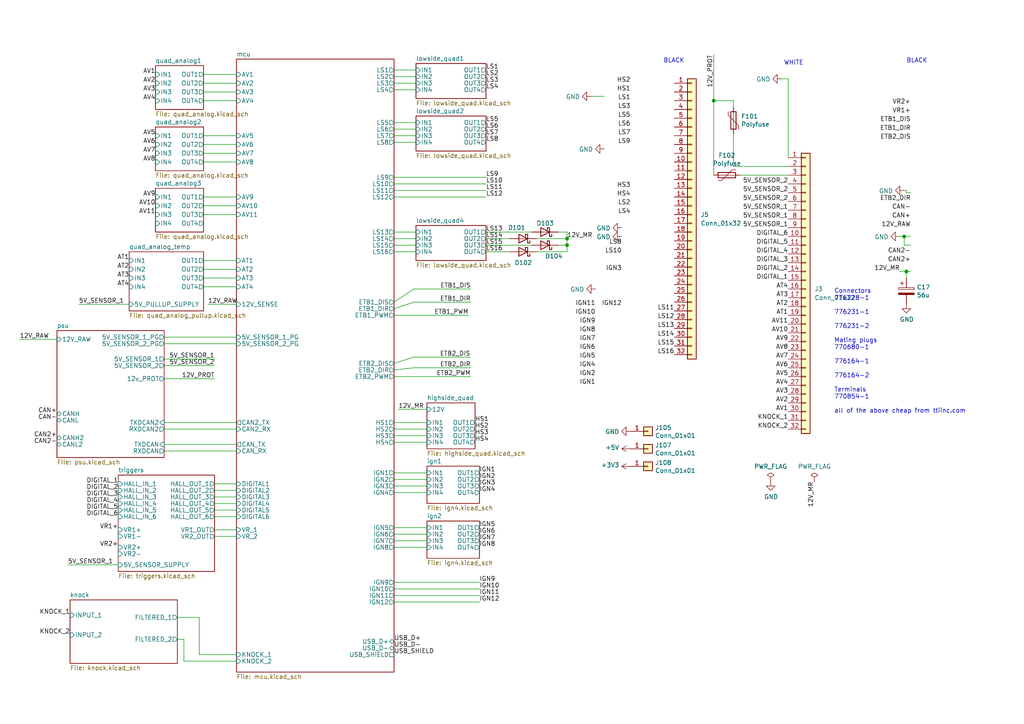
<source format=kicad_sch>
(kicad_sch (version 20211123) (generator eeschema)
  (paper "A4")
  (title_block (title "rusEfi Proteus") (date "2022-04-09") (rev "v0.7") (company "rusEFI") (comment 1 "github.com/mck1117/proteus") (comment 2 "rusefi.com/s/proteus"))
  (lib_symbols
    (symbol "Connector_Generic:Conn_01x01" (pin_names (offset 1.016) hide)
      (property "Reference" "J" (at 0 2.54 0))
      (property "Value" "Conn_01x01" (at 0 -2.54 0))
      (symbol "Conn_01x01_1_1"
        (rectangle (start -1.27 0.127) (end 0 -0.127) (stroke (width 0.1524)))
        (rectangle (start -1.27 1.27) (end 1.27 -1.27) (stroke (width 0.254)) (fill (type background)))
        (pin passive line (at -5.08 0 0) (length 3.81) (name "Pin_1") (number "1"))
      )
    )
    (symbol "Connector_Generic:Conn_01x16" (pin_names (offset 1.016) hide)
      (property "Reference" "J" (at 0 20.32 0))
      (property "Value" "Conn_01x16" (at 0 -22.86 0))
      (symbol "Conn_01x16_1_1"
        (rectangle (start -1.27 -20.193) (end 0 -20.447) (stroke (width 0.1524)))
        (rectangle (start -1.27 -17.653) (end 0 -17.907) (stroke (width 0.1524)))
        (rectangle (start -1.27 -15.113) (end 0 -15.367) (stroke (width 0.1524)))
        (rectangle (start -1.27 -12.573) (end 0 -12.827) (stroke (width 0.1524)))
        (rectangle (start -1.27 -10.033) (end 0 -10.287) (stroke (width 0.1524)))
        (rectangle (start -1.27 -7.493) (end 0 -7.747) (stroke (width 0.1524)))
        (rectangle (start -1.27 -4.953) (end 0 -5.207) (stroke (width 0.1524)))
        (rectangle (start -1.27 -2.413) (end 0 -2.667) (stroke (width 0.1524)))
        (rectangle (start -1.27 0.127) (end 0 -0.127) (stroke (width 0.1524)))
        (rectangle (start -1.27 2.667) (end 0 2.413) (stroke (width 0.1524)))
        (rectangle (start -1.27 5.207) (end 0 4.953) (stroke (width 0.1524)))
        (rectangle (start -1.27 7.747) (end 0 7.493) (stroke (width 0.1524)))
        (rectangle (start -1.27 10.287) (end 0 10.033) (stroke (width 0.1524)))
        (rectangle (start -1.27 12.827) (end 0 12.573) (stroke (width 0.1524)))
        (rectangle (start -1.27 15.367) (end 0 15.113) (stroke (width 0.1524)))
        (rectangle (start -1.27 17.907) (end 0 17.653) (stroke (width 0.1524)))
        (rectangle (start -1.27 19.05) (end 1.27 -21.59) (stroke (width 0.254)) (fill (type background)))
        (pin passive line (at -5.08 17.78 0) (length 3.81) (name "Pin_1") (number "1"))
        (pin passive line (at -5.08 -5.08 0) (length 3.81) (name "Pin_10") (number "10"))
        (pin passive line (at -5.08 -7.62 0) (length 3.81) (name "Pin_11") (number "11"))
        (pin passive line (at -5.08 -10.16 0) (length 3.81) (name "Pin_12") (number "12"))
        (pin passive line (at -5.08 -12.7 0) (length 3.81) (name "Pin_13") (number "13"))
        (pin passive line (at -5.08 -15.24 0) (length 3.81) (name "Pin_14") (number "14"))
        (pin passive line (at -5.08 -17.78 0) (length 3.81) (name "Pin_15") (number "15"))
        (pin passive line (at -5.08 -20.32 0) (length 3.81) (name "Pin_16") (number "16"))
        (pin passive line (at -5.08 15.24 0) (length 3.81) (name "Pin_2") (number "2"))
        (pin passive line (at -5.08 12.7 0) (length 3.81) (name "Pin_3") (number "3"))
        (pin passive line (at -5.08 10.16 0) (length 3.81) (name "Pin_4") (number "4"))
        (pin passive line (at -5.08 7.62 0) (length 3.81) (name "Pin_5") (number "5"))
        (pin passive line (at -5.08 5.08 0) (length 3.81) (name "Pin_6") (number "6"))
        (pin passive line (at -5.08 2.54 0) (length 3.81) (name "Pin_7") (number "7"))
        (pin passive line (at -5.08 0 0) (length 3.81) (name "Pin_8") (number "8"))
        (pin passive line (at -5.08 -2.54 0) (length 3.81) (name "Pin_9") (number "9"))
      )
    )
    (symbol "Connector_Generic:Conn_01x32" (pin_names (offset 1.016) hide)
      (property "Reference" "J" (at 0 40.64 0))
      (property "Value" "Conn_01x32" (at 0 -43.18 0))
      (symbol "Conn_01x32_1_1"
        (rectangle (start -1.27 -40.513) (end 0 -40.767) (stroke (width 0.1524)))
        (rectangle (start -1.27 -37.973) (end 0 -38.227) (stroke (width 0.1524)))
        (rectangle (start -1.27 -35.433) (end 0 -35.687) (stroke (width 0.1524)))
        (rectangle (start -1.27 -32.893) (end 0 -33.147) (stroke (width 0.1524)))
        (rectangle (start -1.27 -30.353) (end 0 -30.607) (stroke (width 0.1524)))
        (rectangle (start -1.27 -27.813) (end 0 -28.067) (stroke (width 0.1524)))
        (rectangle (start -1.27 -25.273) (end 0 -25.527) (stroke (width 0.1524)))
        (rectangle (start -1.27 -22.733) (end 0 -22.987) (stroke (width 0.1524)))
        (rectangle (start -1.27 -20.193) (end 0 -20.447) (stroke (width 0.1524)))
        (rectangle (start -1.27 -17.653) (end 0 -17.907) (stroke (width 0.1524)))
        (rectangle (start -1.27 -15.113) (end 0 -15.367) (stroke (width 0.1524)))
        (rectangle (start -1.27 -12.573) (end 0 -12.827) (stroke (width 0.1524)))
        (rectangle (start -1.27 -10.033) (end 0 -10.287) (stroke (width 0.1524)))
        (rectangle (start -1.27 -7.493) (end 0 -7.747) (stroke (width 0.1524)))
        (rectangle (start -1.27 -4.953) (end 0 -5.207) (stroke (width 0.1524)))
        (rectangle (start -1.27 -2.413) (end 0 -2.667) (stroke (width 0.1524)))
        (rectangle (start -1.27 0.127) (end 0 -0.127) (stroke (width 0.1524)))
        (rectangle (start -1.27 2.667) (end 0 2.413) (stroke (width 0.1524)))
        (rectangle (start -1.27 5.207) (end 0 4.953) (stroke (width 0.1524)))
        (rectangle (start -1.27 7.747) (end 0 7.493) (stroke (width 0.1524)))
        (rectangle (start -1.27 10.287) (end 0 10.033) (stroke (width 0.1524)))
        (rectangle (start -1.27 12.827) (end 0 12.573) (stroke (width 0.1524)))
        (rectangle (start -1.27 15.367) (end 0 15.113) (stroke (width 0.1524)))
        (rectangle (start -1.27 17.907) (end 0 17.653) (stroke (width 0.1524)))
        (rectangle (start -1.27 20.447) (end 0 20.193) (stroke (width 0.1524)))
        (rectangle (start -1.27 22.987) (end 0 22.733) (stroke (width 0.1524)))
        (rectangle (start -1.27 25.527) (end 0 25.273) (stroke (width 0.1524)))
        (rectangle (start -1.27 28.067) (end 0 27.813) (stroke (width 0.1524)))
        (rectangle (start -1.27 30.607) (end 0 30.353) (stroke (width 0.1524)))
        (rectangle (start -1.27 33.147) (end 0 32.893) (stroke (width 0.1524)))
        (rectangle (start -1.27 35.687) (end 0 35.433) (stroke (width 0.1524)))
        (rectangle (start -1.27 38.227) (end 0 37.973) (stroke (width 0.1524)))
        (rectangle (start -1.27 39.37) (end 1.27 -41.91) (stroke (width 0.254)) (fill (type background)))
        (pin passive line (at -5.08 38.1 0) (length 3.81) (name "Pin_1") (number "1"))
        (pin passive line (at -5.08 15.24 0) (length 3.81) (name "Pin_10") (number "10"))
        (pin passive line (at -5.08 12.7 0) (length 3.81) (name "Pin_11") (number "11"))
        (pin passive line (at -5.08 10.16 0) (length 3.81) (name "Pin_12") (number "12"))
        (pin passive line (at -5.08 7.62 0) (length 3.81) (name "Pin_13") (number "13"))
        (pin passive line (at -5.08 5.08 0) (length 3.81) (name "Pin_14") (number "14"))
        (pin passive line (at -5.08 2.54 0) (length 3.81) (name "Pin_15") (number "15"))
        (pin passive line (at -5.08 0 0) (length 3.81) (name "Pin_16") (number "16"))
        (pin passive line (at -5.08 -2.54 0) (length 3.81) (name "Pin_17") (number "17"))
        (pin passive line (at -5.08 -5.08 0) (length 3.81) (name "Pin_18") (number "18"))
        (pin passive line (at -5.08 -7.62 0) (length 3.81) (name "Pin_19") (number "19"))
        (pin passive line (at -5.08 35.56 0) (length 3.81) (name "Pin_2") (number "2"))
        (pin passive line (at -5.08 -10.16 0) (length 3.81) (name "Pin_20") (number "20"))
        (pin passive line (at -5.08 -12.7 0) (length 3.81) (name "Pin_21") (number "21"))
        (pin passive line (at -5.08 -15.24 0) (length 3.81) (name "Pin_22") (number "22"))
        (pin passive line (at -5.08 -17.78 0) (length 3.81) (name "Pin_23") (number "23"))
        (pin passive line (at -5.08 -20.32 0) (length 3.81) (name "Pin_24") (number "24"))
        (pin passive line (at -5.08 -22.86 0) (length 3.81) (name "Pin_25") (number "25"))
        (pin passive line (at -5.08 -25.4 0) (length 3.81) (name "Pin_26") (number "26"))
        (pin passive line (at -5.08 -27.94 0) (length 3.81) (name "Pin_27") (number "27"))
        (pin passive line (at -5.08 -30.48 0) (length 3.81) (name "Pin_28") (number "28"))
        (pin passive line (at -5.08 -33.02 0) (length 3.81) (name "Pin_29") (number "29"))
        (pin passive line (at -5.08 33.02 0) (length 3.81) (name "Pin_3") (number "3"))
        (pin passive line (at -5.08 -35.56 0) (length 3.81) (name "Pin_30") (number "30"))
        (pin passive line (at -5.08 -38.1 0) (length 3.81) (name "Pin_31") (number "31"))
        (pin passive line (at -5.08 -40.64 0) (length 3.81) (name "Pin_32") (number "32"))
        (pin passive line (at -5.08 30.48 0) (length 3.81) (name "Pin_4") (number "4"))
        (pin passive line (at -5.08 27.94 0) (length 3.81) (name "Pin_5") (number "5"))
        (pin passive line (at -5.08 25.4 0) (length 3.81) (name "Pin_6") (number "6"))
        (pin passive line (at -5.08 22.86 0) (length 3.81) (name "Pin_7") (number "7"))
        (pin passive line (at -5.08 20.32 0) (length 3.81) (name "Pin_8") (number "8"))
        (pin passive line (at -5.08 17.78 0) (length 3.81) (name "Pin_9") (number "9"))
      )
    )
    (symbol "Device:CP" (pin_numbers hide) (pin_names (offset 0.254))
      (property "Reference" "C" (at 0.635 2.54 0))
      (property "Value" "Device_CP" (at 0.635 -2.54 0))
      (symbol "CP_0_1"
        (rectangle (start -2.286 0.508) (end 2.286 1.016))
        (polyline (pts (xy -1.778 2.286) (xy -0.762 2.286)))
        (polyline (pts (xy -1.27 2.794) (xy -1.27 1.778)))
        (rectangle (start 2.286 -0.508) (end -2.286 -1.016) (fill (type outline)))
      )
      (symbol "CP_1_1"
        (pin passive line (at 0 3.81 270) (length 2.794) (name "~") (number "1"))
        (pin passive line (at 0 -3.81 90) (length 2.794) (name "~") (number "2"))
      )
    )
    (symbol "Device:D_Schottky" (pin_numbers hide) (pin_names (offset 1.016) hide)
      (property "Reference" "D" (at 0 2.54 0))
      (property "Value" "D_Schottky" (at 0 -2.54 0))
      (symbol "D_Schottky_0_1"
        (polyline (pts (xy 1.27 0) (xy -1.27 0)))
        (polyline (pts (xy 1.27 1.27) (xy 1.27 -1.27) (xy -1.27 0) (xy 1.27 1.27)) (stroke (width 0.254)))
        (polyline (pts (xy -1.905 0.635) (xy -1.905 1.27) (xy -1.27 1.27) (xy -1.27 -1.27) (xy -0.635 -1.27) (xy -0.635 -0.635)) (stroke (width 0.254)))
      )
      (symbol "D_Schottky_1_1"
        (pin passive line (at -3.81 0 0) (length 2.54) (name "K") (number "1"))
        (pin passive line (at 3.81 0 180) (length 2.54) (name "A") (number "2"))
      )
    )
    (symbol "Device:Polyfuse" (pin_numbers hide) (pin_names (offset 0))
      (property "Reference" "F" (at -2.54 0 90))
      (property "Value" "Polyfuse" (at 2.54 0 90))
      (symbol "Polyfuse_0_1"
        (rectangle (start -0.762 2.54) (end 0.762 -2.54) (stroke (width 0.254)))
        (polyline (pts (xy 0 2.54) (xy 0 -2.54)))
        (polyline (pts (xy -1.524 2.54) (xy -1.524 1.524) (xy 1.524 -1.524) (xy 1.524 -2.54)))
      )
      (symbol "Polyfuse_1_1"
        (pin passive line (at 0 3.81 270) (length 1.27) (name "~") (number "1"))
        (pin passive line (at 0 -3.81 90) (length 1.27) (name "~") (number "2"))
      )
    )
    (symbol "power:+3.3V" (power) (pin_names (offset 0))
      (property "Value" "+3.3V" (at 0 3.556 0))
      (symbol "+3.3V_0_1"
        (polyline (pts (xy -0.762 1.27) (xy 0 2.54)))
        (polyline (pts (xy 0 0) (xy 0 2.54)))
        (polyline (pts (xy 0 2.54) (xy 0.762 1.27)))
      )
      (symbol "+3.3V_1_1"
        (pin power_in line (at 0 0 90) (length 0) hide (name "+3V3") (number "1"))
      )
    )
    (symbol "power:+5V" (power) (pin_names (offset 0))
      (property "Value" "+5V" (at 0 3.556 0))
      (symbol "+5V_0_1"
        (polyline (pts (xy -0.762 1.27) (xy 0 2.54)))
        (polyline (pts (xy 0 0) (xy 0 2.54)))
        (polyline (pts (xy 0 2.54) (xy 0.762 1.27)))
      )
      (symbol "+5V_1_1"
        (pin power_in line (at 0 0 90) (length 0) hide (name "+5V") (number "1"))
      )
    )
    (symbol "power:GND" (power) (pin_names (offset 0))
      (property "Value" "GND" (at 0 -3.81 0))
      (symbol "GND_0_1"
        (polyline (pts (xy 0 0) (xy 0 -1.27) (xy 1.27 -1.27) (xy 0 -2.54) (xy -1.27 -1.27) (xy 0 -1.27)))
      )
      (symbol "GND_1_1"
        (pin power_in line (at 0 0 270) (length 0) hide (name "GND") (number "1"))
      )
    )
    (symbol "power:PWR_FLAG" (power) (pin_numbers hide) (pin_names (offset 0) hide)
      (property "Value" "PWR_FLAG" (at 0 3.81 0))
      (symbol "PWR_FLAG_0_0"
        (pin power_out line (at 0 0 90) (length 0) (name "pwr") (number "1"))
      )
      (symbol "PWR_FLAG_0_1"
        (polyline (pts (xy 0 0) (xy 0 1.27) (xy -1.016 1.905) (xy 0 2.54) (xy 1.016 1.905) (xy 0 1.27)))
      )
    )
  )
  (junction (at 164.465 69.215))
  (junction (at 164.465 71.12))
  (junction (at 262.89 78.74))
  (junction (at 207.01 29.21))
  (junction (at 262.255 68.58))
  (wire (pts (xy 62.23 144.145) (xy 68.58 144.145)))
  (wire (pts (xy 212.725 29.21) (xy 207.01 29.21)))
  (wire (pts (xy 114.3 168.91) (xy 139.065 168.91)))
  (wire (pts (xy 262.89 78.74) (xy 264.16 78.74)))
  (wire (pts (xy 62.23 106.045) (xy 47.625 106.045)))
  (wire (pts (xy 19.685 163.83) (xy 34.29 163.83)))
  (wire (pts (xy 47.625 124.46) (xy 68.58 124.46)))
  (wire (pts (xy 147.955 69.215) (xy 140.97 69.215)))
  (wire (pts (xy 164.465 69.215) (xy 164.465 67.31)))
  (wire (pts (xy 226.695 22.86) (xy 228.6 22.86)))
  (wire (pts (xy 123.825 142.875) (xy 114.3 142.875)))
  (wire (pts (xy 123.825 158.75) (xy 114.3 158.75)))
  (wire (pts (xy 114.3 35.56) (xy 120.65 35.56)))
  (wire (pts (xy 114.3 71.12) (xy 120.65 71.12)))
  (wire (pts (xy 114.3 128.27) (xy 123.825 128.27)))
  (wire (pts (xy 114.3 153.035) (xy 123.825 153.035)))
  (wire (pts (xy 260.985 78.74) (xy 262.89 78.74)))
  (wire (pts (xy 114.3 174.625) (xy 139.065 174.625)))
  (wire (pts (xy 140.97 67.31) (xy 154.305 67.31)))
  (wire (pts (xy 120.65 73.025) (xy 114.3 73.025)))
  (wire (pts (xy 62.23 147.955) (xy 68.58 147.955)))
  (wire (pts (xy 114.3 53.34) (xy 140.97 53.34)))
  (wire (pts (xy 140.97 71.12) (xy 154.305 71.12)))
  (wire (pts (xy 120.015 106.68) (xy 114.3 107.315)))
  (wire (pts (xy 115.57 118.745) (xy 123.825 118.745)))
  (wire (pts (xy 262.89 55.245) (xy 262.89 55.88)))
  (wire (pts (xy 114.3 67.31) (xy 120.65 67.31)))
  (wire (pts (xy 147.955 73.025) (xy 140.97 73.025)))
  (wire (pts (xy 164.465 67.31) (xy 161.925 67.31)))
  (wire (pts (xy 114.3 55.245) (xy 140.97 55.245)))
  (wire (pts (xy 214.63 50.8) (xy 228.6 50.8)))
  (wire (pts (xy 68.58 130.81) (xy 47.625 130.81)))
  (wire (pts (xy 171.45 27.94) (xy 175.26 27.94)))
  (wire (pts (xy 264.16 68.58) (xy 262.255 68.58)))
  (wire (pts (xy 120.65 41.275) (xy 114.3 41.275)))
  (wire (pts (xy 207.01 15.875) (xy 207.01 29.21)))
  (wire (pts (xy 68.58 29.21) (xy 59.055 29.21)))
  (wire (pts (xy 68.58 142.24) (xy 62.23 142.24)))
  (wire (pts (xy 114.3 91.44) (xy 135.89 91.44)))
  (wire (pts (xy 228.6 48.26) (xy 212.725 48.26)))
  (wire (pts (xy 114.3 20.32) (xy 120.65 20.32)))
  (wire (pts (xy 57.785 189.865) (xy 68.58 189.865)))
  (wire (pts (xy 114.3 109.22) (xy 136.525 109.22)))
  (wire (pts (xy 120.015 83.82) (xy 136.525 83.82)))
  (wire (pts (xy 68.58 59.69) (xy 59.055 59.69)))
  (wire (pts (xy 262.89 80.645) (xy 262.89 78.74)))
  (wire (pts (xy 59.055 57.15) (xy 68.58 57.15)))
  (wire (pts (xy 5.715 98.425) (xy 16.51 98.425)))
  (wire (pts (xy 161.925 71.12) (xy 164.465 71.12)))
  (wire (pts (xy 120.65 22.225) (xy 114.3 22.225)))
  (wire (pts (xy 62.23 140.335) (xy 68.58 140.335)))
  (wire (pts (xy 51.435 185.42) (xy 53.34 185.42)))
  (wire (pts (xy 123.825 140.97) (xy 114.3 140.97)))
  (wire (pts (xy 59.055 44.45) (xy 68.58 44.45)))
  (wire (pts (xy 47.625 97.79) (xy 68.58 97.79)))
  (wire (pts (xy 47.625 99.695) (xy 68.58 99.695)))
  (wire (pts (xy 47.625 109.855) (xy 62.23 109.855)))
  (wire (pts (xy 59.055 75.565) (xy 68.58 75.565)))
  (wire (pts (xy 53.34 185.42) (xy 53.34 191.77)))
  (wire (pts (xy 262.89 55.88) (xy 264.16 55.88)))
  (wire (pts (xy 59.055 39.37) (xy 68.58 39.37)))
  (wire (pts (xy 114.3 137.16) (xy 123.825 137.16)))
  (wire (pts (xy 120.65 69.215) (xy 114.3 69.215)))
  (wire (pts (xy 60.325 88.265) (xy 68.58 88.265)))
  (wire (pts (xy 212.725 31.115) (xy 212.725 29.21)))
  (wire (pts (xy 68.58 78.105) (xy 59.055 78.105)))
  (wire (pts (xy 62.23 153.67) (xy 68.58 153.67)))
  (wire (pts (xy 228.6 22.86) (xy 228.6 45.72)))
  (wire (pts (xy 114.3 39.37) (xy 120.65 39.37)))
  (wire (pts (xy 47.625 128.905) (xy 68.58 128.905)))
  (wire (pts (xy 59.055 80.645) (xy 68.58 80.645)))
  (wire (pts (xy 120.65 26.035) (xy 114.3 26.035)))
  (wire (pts (xy 120.015 83.82) (xy 114.3 87.63)))
  (wire (pts (xy 164.465 73.025) (xy 164.465 71.12)))
  (wire (pts (xy 123.825 126.365) (xy 114.3 126.365)))
  (wire (pts (xy 114.3 170.815) (xy 139.065 170.815)))
  (wire (pts (xy 262.255 71.12) (xy 264.16 71.12)))
  (wire (pts (xy 207.01 29.21) (xy 207.01 50.8)))
  (wire (pts (xy 53.34 191.77) (xy 68.58 191.77)))
  (wire (pts (xy 262.255 55.245) (xy 262.89 55.245)))
  (wire (pts (xy 59.055 62.23) (xy 68.58 62.23)))
  (wire (pts (xy 59.055 26.67) (xy 68.58 26.67)))
  (wire (pts (xy 120.015 87.63) (xy 136.525 87.63)))
  (wire (pts (xy 119.9173 103.5911) (xy 136.4273 103.5911)))
  (wire (pts (xy 68.58 146.05) (xy 62.23 146.05)))
  (wire (pts (xy 68.58 46.99) (xy 59.055 46.99)))
  (wire (pts (xy 47.625 104.14) (xy 62.23 104.14)))
  (wire (pts (xy 212.725 48.26) (xy 212.725 38.735)))
  (wire (pts (xy 155.575 73.025) (xy 164.465 73.025)))
  (wire (pts (xy 68.58 83.185) (xy 59.055 83.185)))
  (wire (pts (xy 68.58 24.13) (xy 59.055 24.13)))
  (wire (pts (xy 114.3 172.72) (xy 139.065 172.72)))
  (wire (pts (xy 260.985 68.58) (xy 262.255 68.58)))
  (wire (pts (xy 22.86 88.265) (xy 37.465 88.265)))
  (wire (pts (xy 62.23 149.86) (xy 68.58 149.86)))
  (wire (pts (xy 164.465 69.215) (xy 155.575 69.215)))
  (wire (pts (xy 114.3 57.15) (xy 140.97 57.15)))
  (wire (pts (xy 119.9173 103.5911) (xy 114.3 105.41)))
  (wire (pts (xy 47.625 122.555) (xy 68.58 122.555)))
  (wire (pts (xy 123.825 122.555) (xy 114.3 122.555)))
  (wire (pts (xy 51.435 179.07) (xy 57.785 179.07)))
  (wire (pts (xy 164.465 71.12) (xy 164.465 69.215)))
  (wire (pts (xy 120.015 87.63) (xy 114.3 89.535)))
  (wire (pts (xy 114.3 156.845) (xy 123.825 156.845)))
  (wire (pts (xy 114.3 51.435) (xy 140.97 51.435)))
  (wire (pts (xy 114.3 37.465) (xy 120.65 37.465)))
  (wire (pts (xy 59.055 21.59) (xy 68.58 21.59)))
  (wire (pts (xy 262.255 68.58) (xy 262.255 71.12)))
  (wire (pts (xy 114.3 139.065) (xy 123.825 139.065)))
  (wire (pts (xy 123.825 154.94) (xy 114.3 154.94)))
  (wire (pts (xy 120.015 106.68) (xy 136.525 106.68)))
  (wire (pts (xy 68.58 41.91) (xy 59.055 41.91)))
  (wire (pts (xy 57.785 179.07) (xy 57.785 189.865)))
  (wire (pts (xy 68.58 155.575) (xy 62.23 155.575)))
  (wire (pts (xy 114.3 124.46) (xy 123.825 124.46)))
  (wire (pts (xy 114.3 24.13) (xy 120.65 24.13)))
  (text "BLACK" (at 192.405 18.415 0) (effects (font (size 1.27 1.27)) (justify left bottom)))
  (text "Connectors\n776228-1\n\n776231-1\n\n776231-2\n\nMating plugs\n770680-1\n\n776164-1\n\n776164-2\n\nTerminals\n770854-1\n\nall of the above cheap from ttiinc.com" (at 241.935 120.015 0) (effects (font (size 1.27 1.27)) (justify left bottom)))
  (text "BLACK" (at 262.89 18.415 0) (effects (font (size 1.27 1.27)) (justify left bottom)))
  (text "WHITE" (at 227.33 19.05 0) (effects (font (size 1.27 1.27)) (justify left bottom)))
  (label "LS16" (at 140.97 73.025 0))
  (label "12V_RAW" (at 5.715 98.425 0))
  (label "DIGITAL_1" (at 228.6 81.28 180))
  (label "HS4" (at 137.795 128.27 0))
  (label "KNOCK_1" (at 228.6 121.92 180))
  (label "AV7" (at 228.6 104.14 180))
  (label "AT3" (at 37.465 80.645 180))
  (label "CAN2-" (at 264.16 73.66 180))
  (label "AV3" (at 228.6 114.3 180))
  (label "AV7" (at 45.085 44.45 180))
  (label "IGN10" (at 139.065 170.815 0))
  (label "ETB2_DIR" (at 264.16 58.42 180))
  (label "AV8" (at 228.6 101.6 180))
  (label "AV9" (at 228.6 99.06 180))
  (label "CAN-" (at 264.16 60.96 180))
  (label "DIGITAL_6" (at 34.29 149.86 180))
  (label "HS2" (at 182.88 24.13 180))
  (label "AV9" (at 45.085 57.15 180))
  (label "CAN2+" (at 16.51 127 180))
  (label "IGN11" (at 172.72 88.9 180))
  (label "AV11" (at 228.6 93.98 180))
  (label "AV1" (at 45.085 21.59 180))
  (label "AT1" (at 37.465 75.565 180))
  (label "DIGITAL_3" (at 228.6 76.2 180))
  (label "AT1" (at 228.6 91.44 180))
  (label "LS9" (at 182.88 41.91 180))
  (label "IGN8" (at 139.065 158.75 0))
  (label "AV4" (at 228.6 111.76 180))
  (label "5V_SENSOR_1" (at 228.6 60.96 180))
  (label "5V_SENSOR_1" (at 228.6 63.5 180))
  (label "LS1" (at 182.88 29.21 180))
  (label "ETB2_DIS" (at 264.16 40.64 180))
  (label "ETB2_DIR" (at 136.525 106.68 180))
  (label "VR2+" (at 34.29 158.75 180))
  (label "LS16" (at 195.58 102.87 180))
  (label "5V_SENSOR_2" (at 228.6 55.88 180))
  (label "ETB1_DIR" (at 264.16 38.1 180))
  (label "12V_MR" (at 236.22 139.7 270))
  (label "DIGITAL_1" (at 34.29 140.335 180))
  (label "LS5" (at 140.97 35.56 0))
  (label "LS7" (at 182.88 39.37 180))
  (label "IGN7" (at 139.065 156.845 0))
  (label "5V_SENSOR_1" (at 19.685 163.83 0))
  (label "IGN5" (at 172.72 104.14 180))
  (label "LS13" (at 195.58 95.25 180))
  (label "12V_PROT" (at 62.23 109.855 180))
  (label "AV2" (at 228.6 116.84 180))
  (label "LS7" (at 140.97 39.37 0))
  (label "DIGITAL_2" (at 228.6 78.74 180))
  (label "AV6" (at 228.6 106.68 180))
  (label "LS2" (at 182.88 59.69 180))
  (label "5V_SENSOR_2" (at 62.23 106.045 180))
  (label "IGN5" (at 139.065 153.035 0))
  (label "5V_SENSOR_1" (at 62.23 104.14 180))
  (label "IGN1" (at 139.065 137.16 0))
  (label "USB_D-" (at 114.3 187.96 0))
  (label "IGN4" (at 172.72 106.68 180))
  (label "IGN2" (at 139.065 139.065 0))
  (label "AT3" (at 228.6 86.36 180))
  (label "DIGITAL_5" (at 228.6 71.12 180))
  (label "KNOCK_2" (at 228.6 124.46 180))
  (label "CAN2-" (at 16.51 128.905 180))
  (label "AV2" (at 45.085 24.13 180))
  (label "12V_MR" (at 260.985 78.74 180))
  (label "USB_SHIELD" (at 114.3 189.865 0))
  (label "5V_SENSOR_1" (at 228.6 66.04 180))
  (label "DIGITAL_5" (at 34.29 147.955 180))
  (label "HS2" (at 137.795 124.46 0))
  (label "IGN10" (at 172.72 91.44 180))
  (label "AT2" (at 37.465 78.105 180))
  (label "LS4" (at 140.97 26.035 0))
  (label "12V_MR" (at 164.465 69.215 0))
  (label "LS3" (at 182.88 31.75 180))
  (label "LS4" (at 182.88 62.23 180))
  (label "LS11" (at 195.58 90.17 180))
  (label "LS8" (at 180.34 71.12 180))
  (label "CAN+" (at 264.16 63.5 180))
  (label "IGN6" (at 139.065 154.94 0))
  (label "LS15" (at 195.58 100.33 180))
  (label "HS1" (at 137.795 122.555 0))
  (label "LS8" (at 140.97 41.275 0))
  (label "IGN7" (at 172.72 99.06 180))
  (label "VR1+" (at 264.16 33.02 180))
  (label "AV1" (at 228.6 119.38 180))
  (label "DIGITAL_3" (at 34.29 144.145 180))
  (label "ETB2_DIS" (at 136.4273 103.5911 180))
  (label "LS2" (at 140.97 22.225 0))
  (label "12V_RAW" (at 264.16 66.04 180))
  (label "IGN1" (at 172.72 111.76 180))
  (label "AV11" (at 45.085 62.23 180))
  (label "AT2" (at 228.6 88.9 180))
  (label "IGN9" (at 172.72 93.98 180))
  (label "IGN3" (at 180.34 78.74 180))
  (label "LS3" (at 140.97 24.13 0))
  (label "IGN11" (at 139.065 172.72 0))
  (label "5V_SENSOR_2" (at 228.6 53.34 180))
  (label "LS15" (at 140.97 71.12 0))
  (label "USB_D+" (at 114.3 186.055 0))
  (label "KNOCK_2" (at 20.32 184.15 180))
  (label "AV8" (at 45.085 46.99 180))
  (label "AT4" (at 228.6 83.82 180))
  (label "LS1" (at 140.97 20.32 0))
  (label "AV10" (at 228.6 96.52 180))
  (label "IGN12" (at 180.34 88.9 180))
  (label "12V_RAW" (at 60.325 88.265 0))
  (label "LS12" (at 195.58 92.71 180))
  (label "AV5" (at 228.6 109.22 180))
  (label "IGN8" (at 172.72 96.52 180))
  (label "ETB1_DIS" (at 136.525 83.82 180))
  (label "IGN2" (at 172.72 109.22 180))
  (label "CAN2+" (at 264.16 76.2 180))
  (label "LS10" (at 140.97 53.34 0))
  (label "5V_SENSOR_2" (at 228.6 58.42 180))
  (label "LS6" (at 182.88 36.83 180))
  (label "12V_PROT" (at 207.01 25.4 90))
  (label "AT4" (at 37.465 83.185 180))
  (label "HS1" (at 182.88 26.67 180))
  (label "CAN-" (at 16.51 121.92 180))
  (label "12V_MR" (at 115.57 118.745 0))
  (label "LS10" (at 180.34 73.66 180))
  (label "ETB2_PWM" (at 136.525 109.22 180))
  (label "LS9" (at 140.97 51.435 0))
  (label "AV5" (at 45.085 39.37 180))
  (label "AV4" (at 45.085 29.21 180))
  (label "HS3" (at 137.795 126.365 0))
  (label "ETB1_DIS" (at 264.16 35.56 180))
  (label "IGN3" (at 139.065 140.97 0))
  (label "AV10" (at 45.085 59.69 180))
  (label "LS5" (at 182.88 34.29 180))
  (label "IGN9" (at 139.065 168.91 0))
  (label "HS3" (at 182.88 54.61 180))
  (label "LS12" (at 140.97 57.15 0))
  (label "CAN+" (at 16.51 120.015 180))
  (label "LS6" (at 140.97 37.465 0))
  (label "ETB1_PWM" (at 135.89 91.44 180))
  (label "AV6" (at 45.085 41.91 180))
  (label "VR2+" (at 264.16 30.48 180))
  (label "ETB1_DIR" (at 136.525 87.63 180))
  (label "LS14" (at 195.58 97.79 180))
  (label "DIGITAL_2" (at 34.29 142.24 180))
  (label "AV3" (at 45.085 26.67 180))
  (label "DIGITAL_6" (at 228.6 68.58 180))
  (label "LS14" (at 140.97 69.215 0))
  (label "HS4" (at 182.88 57.15 180))
  (label "VR1+" (at 34.29 153.67 180))
  (label "IGN12" (at 139.065 174.625 0))
  (label "5V_SENSOR_1" (at 22.86 88.265 0))
  (label "DIGITAL_4" (at 34.29 146.05 180))
  (label "LS13" (at 140.97 67.31 0))
  (label "IGN4" (at 139.065 142.875 0))
  (label "LS11" (at 140.97 55.245 0))
  (label "IGN6" (at 172.72 101.6 180))
  (label "KNOCK_1" (at 20.32 178.435 180))
  (label "DIGITAL_4" (at 228.6 73.66 180))
  (symbol (lib_id "power:GND") (at 260.985 68.58 270) (unit 1)
    (property "Reference" "#PWR0101" (effects hide))
    (property "Value" "GND" (at 257.7338 68.707 90) (effects (justify right)))
  )
  (symbol (lib_id "power:GND") (at 180.34 66.04 270) (unit 1)
    (property "Reference" "#PWR0140" (effects hide))
    (property "Value" "GND" (at 177.0888 66.167 90) (effects (justify right)))
  )
  (symbol (lib_id "power:GND") (at 180.34 68.58 270) (unit 1)
    (property "Reference" "#PWR0141" (effects hide))
    (property "Value" "GND" (at 177.0888 68.707 90) (effects (justify right)))
  )
  (symbol (lib_id "power:GND") (at 226.695 22.86 270) (unit 1)
    (property "Reference" "#PWR0142" (effects hide))
    (property "Value" "GND" (at 223.4438 22.987 90) (effects (justify right)))
  )
  (symbol (lib_id "power:GND") (at 172.72 83.82 270) (unit 1)
    (property "Reference" "#PWR0209" (effects hide))
    (property "Value" "GND" (at 169.4688 83.947 90) (effects (justify right)))
  )
  (symbol (lib_id "power:GND") (at 171.45 27.94 270) (unit 1)
    (property "Reference" "#PWR0112" (effects hide))
    (property "Value" "GND" (at 168.1988 28.067 90) (effects (justify right)))
  )
  (symbol (lib_id "Device:Polyfuse") (at 212.725 34.925 180) (unit 1)
    (property "Reference" "F101" (at 214.9602 33.7566 0) (effects (justify right)))
    (property "Value" "Polyfuse" (at 214.9602 36.068 0) (effects (justify right)))
    (property "Footprint" "Resistor_SMD:R_1206_3216Metric" (effects hide))
    (property "PN" "1206L012WR" (effects hide))
    (property "LCSC" "C207035" (effects hide))
    (property "LCSC_ext" "1" (effects hide))
  )
  (symbol (lib_id "Device:Polyfuse") (at 210.82 50.8 90) (unit 1)
    (property "Reference" "F102" (at 210.82 45.085 90))
    (property "Value" "Polyfuse" (at 210.82 47.3964 90))
    (property "Footprint" "Resistor_SMD:R_1206_3216Metric" (effects hide))
    (property "PN" "1206L012WR" (effects hide))
    (property "LCSC" "C207035" (effects hide))
    (property "LCSC_ext" "1" (effects hide))
  )
  (symbol (lib_id "Connector_Generic:Conn_01x01") (at 187.96 125.095 0) (unit 1)
    (property "Reference" "J105" (at 189.992 124.0282 0) (effects (justify left)))
    (property "Value" "Conn_01x01" (at 189.992 126.3396 0) (effects (justify left)))
    (property "Footprint" "TestPoint:TestPoint_Pad_D3.0mm" (effects hide))
    (property "LCSC" "N/A" (effects hide))
  )
  (symbol (lib_id "Connector_Generic:Conn_01x01") (at 187.96 130.175 0) (unit 1)
    (property "Reference" "J107" (at 189.992 129.1082 0) (effects (justify left)))
    (property "Value" "Conn_01x01" (at 189.992 131.4196 0) (effects (justify left)))
    (property "Footprint" "TestPoint:TestPoint_Pad_D3.0mm" (effects hide))
    (property "LCSC" "N/A" (effects hide))
  )
  (symbol (lib_id "Connector_Generic:Conn_01x01") (at 187.96 135.255 0) (unit 1)
    (property "Reference" "J108" (at 189.992 134.1882 0) (effects (justify left)))
    (property "Value" "Conn_01x01" (at 189.992 136.4996 0) (effects (justify left)))
    (property "Footprint" "TestPoint:TestPoint_Pad_D3.0mm" (effects hide))
    (property "LCSC" "N/A" (effects hide))
  )
  (symbol (lib_id "power:GND") (at 182.88 125.095 270) (unit 1)
    (property "Reference" "#PWR0248" (effects hide))
    (property "Value" "GND" (at 179.6288 125.222 90) (effects (justify right)))
  )
  (symbol (lib_id "power:+3.3V") (at 182.88 135.255 90) (unit 1)
    (property "Reference" "#PWR0249" (effects hide))
    (property "Value" "+3.3V" (at 179.6288 134.874 90) (effects (justify left)))
  )
  (symbol (lib_id "power:+5V") (at 182.88 130.175 90) (unit 1)
    (property "Reference" "#PWR0250" (effects hide))
    (property "Value" "+5V" (at 179.6288 129.794 90) (effects (justify left)))
  )
  (symbol (lib_id "power:PWR_FLAG") (at 236.22 139.7 0) (unit 1)
    (property "Reference" "#FLG0108" (effects hide))
    (property "Value" "PWR_FLAG" (at 236.22 135.3058 0))
  )
  (symbol (lib_id "power:GND") (at 223.52 139.7 0) (unit 1)
    (property "Reference" "#PWR0217" (effects hide))
    (property "Value" "GND" (at 223.647 144.0942 0))
  )
  (symbol (lib_id "power:PWR_FLAG") (at 223.52 139.7 0) (unit 1)
    (property "Reference" "#FLG0103" (effects hide))
    (property "Value" "PWR_FLAG" (at 223.52 135.3058 0))
  )
  (symbol (lib_id "power:GND") (at 175.26 43.18 270) (unit 1)
    (property "Reference" "#PWR0107" (effects hide))
    (property "Value" "GND" (at 172.0088 43.307 90) (effects (justify right)))
  )
  (symbol (lib_id "Device:D_Schottky") (at 151.765 73.025 180) (unit 1)
    (property "Reference" "D102" (at 151.765 76.2 0))
    (property "Value" "D_Schottky" (effects hide))
    (property "Footprint" "Diode_SMD:D_SMA" (effects hide))
    (property "LCSC" "C8678" (effects hide))
    (property "LCSC_ext" "0" (effects hide))
  )
  (symbol (lib_id "Device:D_Schottky") (at 158.115 71.12 180) (unit 1)
    (property "Reference" "D104" (at 160.655 74.295 0))
    (property "Value" "D_Schottky" (effects hide))
    (property "Footprint" "Diode_SMD:D_SMA" (effects hide))
    (property "LCSC" "C8678" (effects hide))
    (property "LCSC_ext" "0" (effects hide))
  )
  (symbol (lib_id "Device:D_Schottky") (at 151.765 69.215 180) (unit 1)
    (property "Reference" "D101" (at 149.86 66.04 0))
    (property "Value" "D_Schottky" (effects hide))
    (property "Footprint" "Diode_SMD:D_SMA" (effects hide))
    (property "LCSC" "C8678" (effects hide))
    (property "LCSC_ext" "0" (effects hide))
  )
  (symbol (lib_id "Device:D_Schottky") (at 158.115 67.31 180) (unit 1)
    (property "Reference" "D103" (at 158.115 64.77 0))
    (property "Value" "D_Schottky" (effects hide))
    (property "Footprint" "Diode_SMD:D_SMA" (effects hide))
    (property "LCSC" "C8678" (effects hide))
    (property "LCSC_ext" "0" (effects hide))
  )
  (symbol (lib_id "Device:CP") (at 262.89 84.455 0) (unit 1)
    (property "Reference" "C17" (at 265.8872 83.2866 0) (effects (justify left)))
    (property "Value" "56u" (at 265.8872 85.598 0) (effects (justify left)))
    (property "Footprint" "Capacitor_THT:CP_Radial_D8.0mm_P3.50mm" (effects hide))
    (property "LCSC" "N/A" (effects hide))
    (property "PN" "EEH-AZF1H560B" (effects hide))
  )
  (symbol (lib_id "power:GND") (at 262.89 88.265 0) (unit 1)
    (property "Reference" "#PWR0314" (effects hide))
    (property "Value" "GND" (at 263.017 92.6592 0))
  )
  (symbol (lib_id "power:GND") (at 262.255 55.245 270) (unit 1)
    (property "Reference" "#PWR0321" (effects hide))
    (property "Value" "GND" (at 259.0038 55.372 90) (effects (justify right)))
  )
  (symbol (lib_id "Connector_Generic:Conn_01x32") (at 200.66 62.23 0) (unit 1)
    (property "Reference" "J5" (at 203.2 62.2299 0) (effects (justify left)))
    (property "Value" "Conn_01x32" (at 203.2 64.7699 0) (effects (justify left)))
    (property "Footprint" "Connector_PinHeader_2.54mm:PinHeader_1x32_P2.54mm_Vertical" (effects hide))
  )
  (symbol (lib_id "Connector_Generic:Conn_01x32") (at 233.68 83.82 0) (unit 1)
    (property "Reference" "J3" (at 236.22 83.8199 0) (effects (justify left)))
    (property "Value" "Conn_01x32" (at 236.22 86.3599 0) (effects (justify left)))
    (property "Footprint" "Connector_PinHeader_2.54mm:PinHeader_1x32_P2.54mm_Vertical" (effects hide))
  )
  (symbol (lib_id "Connector_Generic:Conn_01x16") (at 375.92 41.91 0) (unit 1)
    (property "Reference" "J7" (at 378.46 41.9099 0) (effects (justify left)))
    (property "Value" "Conn_01x16" (at 378.46 44.4499 0) (effects (justify left)))
    (property "Footprint" "Connector_PinHeader_2.54mm:PinHeader_1x16_P2.54mm_Vertical" (effects hide))
  )
  (symbol (lib_id "Connector_Generic:Conn_01x16") (at 355.6 41.91 0) (unit 1)
    (property "Reference" "J6" (at 358.14 41.9099 0) (effects (justify left)))
    (property "Value" "Conn_01x16" (at 358.14 44.4499 0) (effects (justify left)))
    (property "Footprint" "Connector_PinHeader_2.54mm:PinHeader_1x16_P2.54mm_Vertical" (effects hide))
  )
  (sheet (at 123.825 135.2042) (size 15.24 10.795)
    (property "Sheet name" "ign1" (at 123.825 134.4926 0) (effects (justify left bottom)))
    (property "Sheet file" "ign4.kicad_sch" (at 123.825 146.5838 0) (effects (justify left top)))
    (pin "OUT1" output (at 139.065 137.16 0))
    (pin "OUT2" output (at 139.065 139.065 0))
    (pin "OUT3" output (at 139.065 140.97 0))
    (pin "OUT4" output (at 139.065 142.875 0))
    (pin "IN1" input (at 123.825 137.16 180))
    (pin "IN2" input (at 123.825 139.065 180))
    (pin "IN3" input (at 123.825 140.97 180))
    (pin "IN4" input (at 123.825 142.875 180))
  )
  (sheet (at 120.65 18.415) (size 20.32 10.16)
    (property "Sheet name" "lowside_quad1" (at 120.65 17.7034 0) (effects (justify left bottom)))
    (property "Sheet file" "lowside_quad.kicad_sch" (at 120.65 29.1596 0) (effects (justify left top)))
    (pin "OUT1" output (at 140.97 20.32 0))
    (pin "OUT2" output (at 140.97 22.225 0))
    (pin "IN1" input (at 120.65 20.32 180))
    (pin "IN2" input (at 120.65 22.225 180))
    (pin "OUT3" output (at 140.97 24.13 0))
    (pin "OUT4" output (at 140.97 26.035 0))
    (pin "IN3" input (at 120.65 24.13 180))
    (pin "IN4" input (at 120.65 26.035 180))
  )
  (sheet (at 123.825 151.13) (size 15.24 10.795)
    (property "Sheet name" "ign2" (at 123.825 150.4184 0) (effects (justify left bottom)))
    (property "Sheet file" "ign4.kicad_sch" (at 123.825 162.5096 0) (effects (justify left top)))
    (pin "OUT1" output (at 139.065 153.035 0))
    (pin "OUT2" output (at 139.065 154.94 0))
    (pin "OUT3" output (at 139.065 156.845 0))
    (pin "OUT4" output (at 139.065 158.75 0))
    (pin "IN1" input (at 123.825 153.035 180))
    (pin "IN2" input (at 123.825 154.94 180))
    (pin "IN3" input (at 123.825 156.845 180))
    (pin "IN4" input (at 123.825 158.75 180))
  )
  (sheet (at 68.58 17.145) (size 45.72 177.8)
    (property "Sheet name" "mcu" (at 68.58 16.4334 0) (effects (justify left bottom)))
    (property "Sheet file" "mcu.kicad_sch" (at 68.58 195.5296 0) (effects (justify left top)))
    (pin "LS1" output (at 114.3 20.32 0))
    (pin "LS2" output (at 114.3 22.225 0))
    (pin "LS3" output (at 114.3 24.13 0))
    (pin "LS4" output (at 114.3 26.035 0))
    (pin "LS5" output (at 114.3 35.56 0))
    (pin "LS6" output (at 114.3 37.465 0))
    (pin "LS7" output (at 114.3 39.37 0))
    (pin "LS8" output (at 114.3 41.275 0))
    (pin "LS9" output (at 114.3 51.435 0))
    (pin "LS10" output (at 114.3 53.34 0))
    (pin "LS11" output (at 114.3 55.245 0))
    (pin "LS13" output (at 114.3 67.31 0))
    (pin "LS12" output (at 114.3 57.15 0))
    (pin "LS14" output (at 114.3 69.215 0))
    (pin "LS15" output (at 114.3 71.12 0))
    (pin "LS16" output (at 114.3 73.025 0))
    (pin "AV1" input (at 68.58 21.59 180))
    (pin "AV2" input (at 68.58 24.13 180))
    (pin "AV3" input (at 68.58 26.67 180))
    (pin "AV4" input (at 68.58 29.21 180))
    (pin "AV5" input (at 68.58 39.37 180))
    (pin "AV6" input (at 68.58 41.91 180))
    (pin "AV7" input (at 68.58 44.45 180))
    (pin "AV8" input (at 68.58 46.99 180))
    (pin "AV9" input (at 68.58 57.15 180))
    (pin "AV10" input (at 68.58 59.69 180))
    (pin "AV11" input (at 68.58 62.23 180))
    (pin "AT1" input (at 68.58 75.565 180))
    (pin "AT2" input (at 68.58 78.105 180))
    (pin "AT3" input (at 68.58 80.645 180))
    (pin "AT4" input (at 68.58 83.185 180))
    (pin "5V_SENSOR_1_PG" input (at 68.58 97.79 180))
    (pin "5V_SENSOR_2_PG" input (at 68.58 99.695 180))
    (pin "ETB1_DIS" output (at 114.3 87.63 0))
    (pin "ETB1_DIR" output (at 114.3 89.535 0))
    (pin "ETB1_PWM" output (at 114.3 91.44 0))
    (pin "ETB2_DIS" output (at 114.3 105.41 0))
    (pin "ETB2_DIR" output (at 114.3 107.315 0))
    (pin "ETB2_PWM" output (at 114.3 109.22 0))
    (pin "HS1" output (at 114.3 122.555 0))
    (pin "HS2" output (at 114.3 124.46 0))
    (pin "HS3" output (at 114.3 126.365 0))
    (pin "HS4" output (at 114.3 128.27 0))
    (pin "12V_SENSE" input (at 68.58 88.265 180))
    (pin "CAN_TX" output (at 68.58 128.905 180))
    (pin "CAN_RX" input (at 68.58 130.81 180))
    (pin "DIGITAL1" input (at 68.58 140.335 180))
    (pin "DIGITAL2" input (at 68.58 142.24 180))
    (pin "DIGITAL3" input (at 68.58 144.145 180))
    (pin "DIGITAL4" input (at 68.58 146.05 180))
    (pin "DIGITAL5" input (at 68.58 147.955 180))
    (pin "DIGITAL6" input (at 68.58 149.86 180))
    (pin "IGN1" output (at 114.3 137.16 0))
    (pin "IGN2" output (at 114.3 139.065 0))
    (pin "IGN3" output (at 114.3 140.97 0))
    (pin "IGN4" output (at 114.3 142.875 0))
    (pin "IGN5" output (at 114.3 153.035 0))
    (pin "IGN6" output (at 114.3 154.94 0))
    (pin "IGN7" output (at 114.3 156.845 0))
    (pin "IGN8" output (at 114.3 158.75 0))
    (pin "IGN9" output (at 114.3 168.91 0))
    (pin "IGN10" output (at 114.3 170.815 0))
    (pin "IGN11" output (at 114.3 172.72 0))
    (pin "IGN12" output (at 114.3 174.625 0))
    (pin "USB_D-" bidirectional (at 114.3 187.96 0))
    (pin "USB_D+" bidirectional (at 114.3 186.055 0))
    (pin "USB_SHIELD" passive (at 114.3 189.865 0))
    (pin "KNOCK_1" input (at 68.58 189.865 180))
    (pin "KNOCK_2" input (at 68.58 191.77 180))
    (pin "CAN2_TX" output (at 68.58 122.555 180))
    (pin "CAN2_RX" input (at 68.58 124.46 180))
    (pin "VR_1" input (at 68.58 153.67 180))
    (pin "VR_2" input (at 68.58 155.575 180))
  )
  (sheet (at 120.65 33.655) (size 20.32 10.16)
    (property "Sheet name" "lowside_quad2" (at 120.65 32.9434 0) (effects (justify left bottom)))
    (property "Sheet file" "lowside_quad.kicad_sch" (at 120.65 44.3996 0) (effects (justify left top)))
    (pin "OUT1" output (at 140.97 35.56 0))
    (pin "OUT2" output (at 140.97 37.465 0))
    (pin "IN1" input (at 120.65 35.56 180))
    (pin "IN2" input (at 120.65 37.465 180))
    (pin "OUT3" output (at 140.97 39.37 0))
    (pin "OUT4" output (at 140.97 41.275 0))
    (pin "IN3" input (at 120.65 39.37 180))
    (pin "IN4" input (at 120.65 41.275 180))
  )
  (sheet (at 120.65 65.405) (size 20.32 10.16)
    (property "Sheet name" "lowside_quad4" (at 120.65 64.6934 0) (effects (justify left bottom)))
    (property "Sheet file" "lowside_quad.kicad_sch" (at 120.65 76.1496 0) (effects (justify left top)))
    (pin "OUT1" output (at 140.97 67.31 0))
    (pin "OUT2" output (at 140.97 69.215 0))
    (pin "IN1" input (at 120.65 67.31 180))
    (pin "IN2" input (at 120.65 69.215 180))
    (pin "OUT3" output (at 140.97 71.12 0))
    (pin "OUT4" output (at 140.97 73.025 0))
    (pin "IN3" input (at 120.65 71.12 180))
    (pin "IN4" input (at 120.65 73.025 180))
  )
  (sheet (at 45.085 19.05) (size 13.97 12.7)
    (property "Sheet name" "quad_analog1" (at 45.085 18.3384 0) (effects (justify left bottom)))
    (property "Sheet file" "quad_analog.kicad_sch" (at 45.085 32.3346 0) (effects (justify left top)))
    (pin "IN1" input (at 45.085 21.59 180))
    (pin "IN2" input (at 45.085 24.13 180))
    (pin "IN3" input (at 45.085 26.67 180))
    (pin "IN4" input (at 45.085 29.21 180))
    (pin "OUT1" output (at 59.055 21.59 0))
    (pin "OUT2" output (at 59.055 24.13 0))
    (pin "OUT3" output (at 59.055 26.67 0))
    (pin "OUT4" output (at 59.055 29.21 0))
  )
  (sheet (at 45.085 36.83) (size 13.97 12.7)
    (property "Sheet name" "quad_analog2" (at 45.085 36.1184 0) (effects (justify left bottom)))
    (property "Sheet file" "quad_analog.kicad_sch" (at 45.085 50.1146 0) (effects (justify left top)))
    (pin "IN1" input (at 45.085 39.37 180))
    (pin "IN2" input (at 45.085 41.91 180))
    (pin "IN3" input (at 45.085 44.45 180))
    (pin "IN4" input (at 45.085 46.99 180))
    (pin "OUT1" output (at 59.055 39.37 0))
    (pin "OUT2" output (at 59.055 41.91 0))
    (pin "OUT3" output (at 59.055 44.45 0))
    (pin "OUT4" output (at 59.055 46.99 0))
  )
  (sheet (at 45.085 54.61) (size 13.97 12.7)
    (property "Sheet name" "quad_analog3" (at 45.085 53.8984 0) (effects (justify left bottom)))
    (property "Sheet file" "quad_analog.kicad_sch" (at 45.085 67.8946 0) (effects (justify left top)))
    (pin "IN1" input (at 45.085 57.15 180))
    (pin "IN2" input (at 45.085 59.69 180))
    (pin "IN3" input (at 45.085 62.23 180))
    (pin "IN4" input (at 45.085 64.77 180))
    (pin "OUT1" output (at 59.055 57.15 0))
    (pin "OUT2" output (at 59.055 59.69 0))
    (pin "OUT3" output (at 59.055 62.23 0))
    (pin "OUT4" output (at 59.055 64.77 0))
  )
  (sheet (at 16.51 95.885) (size 31.115 36.83)
    (property "Sheet name" "psu" (at 16.51 95.1734 0) (effects (justify left bottom)))
    (property "Sheet file" "psu.kicad_sch" (at 16.51 133.2996 0) (effects (justify left top)))
    (pin "12V_RAW" input (at 16.51 98.425 180))
    (pin "5V_SENSOR_1" output (at 47.625 104.14 0))
    (pin "5V_SENSOR_1_PG" output (at 47.625 97.79 0))
    (pin "5V_SENSOR_2" output (at 47.625 106.045 0))
    (pin "5V_SENSOR_2_PG" output (at 47.625 99.695 0))
    (pin "CANH" bidirectional (at 16.51 120.015 180))
    (pin "CANL" bidirectional (at 16.51 121.92 180))
    (pin "TXDCAN" input (at 47.625 128.905 0))
    (pin "RXDCAN" output (at 47.625 130.81 0))
    (pin "12v_PROT" output (at 47.625 109.855 0))
    (pin "TXDCAN2" input (at 47.625 122.555 0))
    (pin "RXDCAN2" output (at 47.625 124.46 0))
    (pin "CANH2" bidirectional (at 16.51 127 180))
    (pin "CANL2" bidirectional (at 16.51 128.905 180))
  )
  (sheet (at 37.465 73.025) (size 21.59 17.145)
    (property "Sheet name" "quad_analog_temp" (at 37.465 72.3134 0) (effects (justify left bottom)))
    (property "Sheet file" "quad_analog_pullup.kicad_sch" (at 37.465 90.7546 0) (effects (justify left top)))
    (pin "IN1" input (at 37.465 75.565 180))
    (pin "IN2" input (at 37.465 78.105 180))
    (pin "IN3" input (at 37.465 80.645 180))
    (pin "IN4" input (at 37.465 83.185 180))
    (pin "OUT1" output (at 59.055 75.565 0))
    (pin "OUT2" output (at 59.055 78.105 0))
    (pin "OUT3" output (at 59.055 80.645 0))
    (pin "OUT4" output (at 59.055 83.185 0))
    (pin "5V_PULLUP_SUPPLY" input (at 37.465 88.265 180))
  )
  (sheet (at 123.825 116.84) (size 13.97 13.335)
    (property "Sheet name" "highside_quad" (at 123.825 116.1284 0) (effects (justify left bottom)))
    (property "Sheet file" "highside_quad.kicad_sch" (at 123.825 130.7596 0) (effects (justify left top)))
    (pin "12V" input (at 123.825 118.745 180))
    (pin "OUT1" output (at 137.795 122.555 0))
    (pin "OUT2" output (at 137.795 124.46 0))
    (pin "OUT3" output (at 137.795 126.365 0))
    (pin "OUT4" output (at 137.795 128.27 0))
    (pin "IN1" input (at 123.825 122.555 180))
    (pin "IN2" input (at 123.825 124.46 180))
    (pin "IN3" input (at 123.825 126.365 180))
    (pin "IN4" input (at 123.825 128.27 180))
  )
  (sheet (at 34.29 137.795) (size 27.94 27.94)
    (property "Sheet name" "triggers" (at 34.29 137.0834 0) (effects (justify left bottom)))
    (property "Sheet file" "triggers.kicad_sch" (at 34.29 166.3196 0) (effects (justify left top)))
    (pin "HALL_IN_1" input (at 34.29 140.335 180))
    (pin "5V_SENSOR_SUPPLY" input (at 34.29 163.83 180))
    (pin "HALL_OUT_1" output (at 62.23 140.335 0))
    (pin "HALL_IN_2" input (at 34.29 142.24 180))
    (pin "HALL_OUT_2" output (at 62.23 142.24 0))
    (pin "HALL_IN_3" input (at 34.29 144.145 180))
    (pin "HALL_OUT_3" output (at 62.23 144.145 0))
    (pin "HALL_IN_4" input (at 34.29 146.05 180))
    (pin "HALL_OUT_4" output (at 62.23 146.05 0))
    (pin "VR1+" input (at 34.29 153.67 180))
    (pin "VR1-" input (at 34.29 155.575 180))
    (pin "VR2+" input (at 34.29 158.75 180))
    (pin "VR2-" input (at 34.29 160.655 180))
    (pin "VR1_OUT" output (at 62.23 153.67 0))
    (pin "VR2_OUT" output (at 62.23 155.575 0))
    (pin "HALL_IN_5" input (at 34.29 147.955 180))
    (pin "HALL_IN_6" input (at 34.29 149.86 180))
    (pin "HALL_OUT_5" output (at 62.23 147.955 0))
    (pin "HALL_OUT_6" output (at 62.23 149.86 0))
  )
  (sheet (at 20.32 173.99) (size 31.115 18.415)
    (property "Sheet name" "knock" (at 20.32 173.2784 0) (effects (justify left bottom)))
    (property "Sheet file" "knock.kicad_sch" (at 20.32 192.9896 0) (effects (justify left top)))
    (pin "FILTERED_1" output (at 51.435 179.07 0))
    (pin "INPUT_1" input (at 20.32 178.435 180))
    (pin "FILTERED_2" output (at 51.435 185.42 0))
    (pin "INPUT_2" input (at 20.32 184.15 180))
  )
)
</source>
